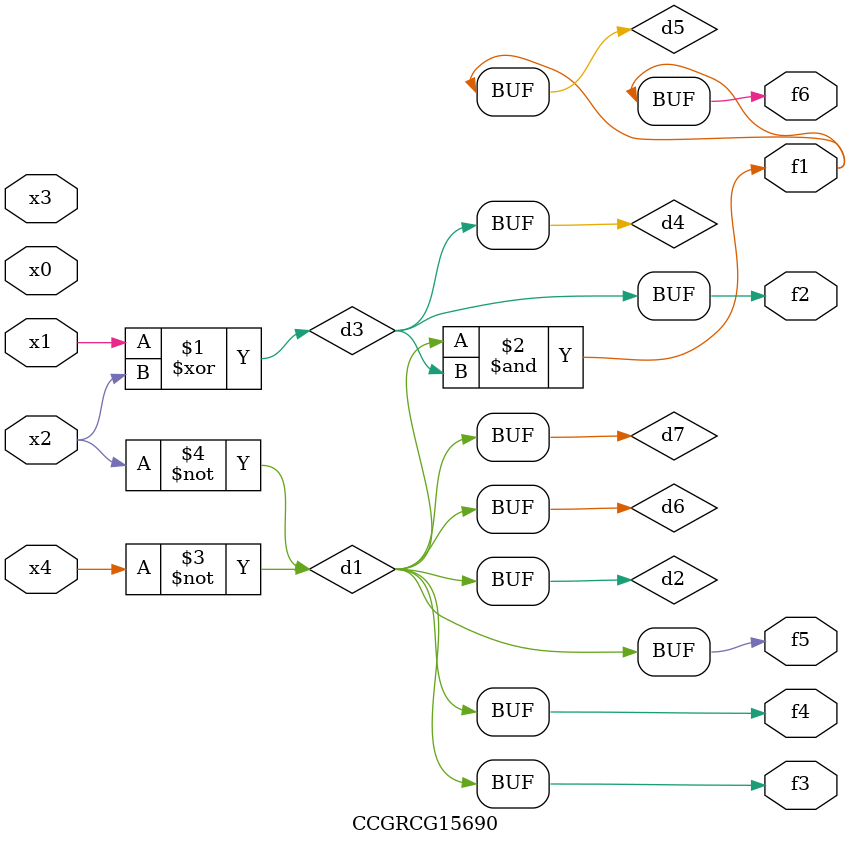
<source format=v>
module CCGRCG15690(
	input x0, x1, x2, x3, x4,
	output f1, f2, f3, f4, f5, f6
);

	wire d1, d2, d3, d4, d5, d6, d7;

	not (d1, x4);
	not (d2, x2);
	xor (d3, x1, x2);
	buf (d4, d3);
	and (d5, d1, d3);
	buf (d6, d1, d2);
	buf (d7, d2);
	assign f1 = d5;
	assign f2 = d4;
	assign f3 = d7;
	assign f4 = d7;
	assign f5 = d7;
	assign f6 = d5;
endmodule

</source>
